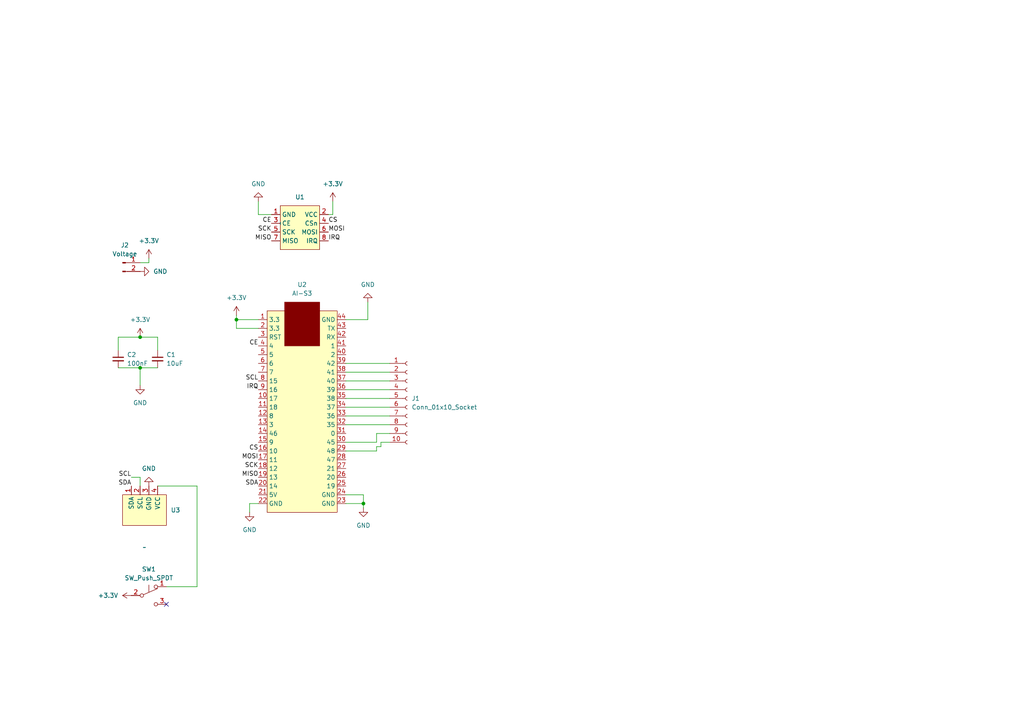
<source format=kicad_sch>
(kicad_sch (version 20230121) (generator eeschema)

  (uuid ab3e3267-7498-4dc2-8a9f-f07085071529)

  (paper "A4")

  (lib_symbols
    (symbol "Connector:Conn_01x02_Pin" (pin_names (offset 1.016) hide) (in_bom yes) (on_board yes)
      (property "Reference" "J" (at 0 2.54 0)
        (effects (font (size 1.27 1.27)))
      )
      (property "Value" "Conn_01x02_Pin" (at 0 -5.08 0)
        (effects (font (size 1.27 1.27)))
      )
      (property "Footprint" "" (at 0 0 0)
        (effects (font (size 1.27 1.27)) hide)
      )
      (property "Datasheet" "~" (at 0 0 0)
        (effects (font (size 1.27 1.27)) hide)
      )
      (property "ki_locked" "" (at 0 0 0)
        (effects (font (size 1.27 1.27)))
      )
      (property "ki_keywords" "connector" (at 0 0 0)
        (effects (font (size 1.27 1.27)) hide)
      )
      (property "ki_description" "Generic connector, single row, 01x02, script generated" (at 0 0 0)
        (effects (font (size 1.27 1.27)) hide)
      )
      (property "ki_fp_filters" "Connector*:*_1x??_*" (at 0 0 0)
        (effects (font (size 1.27 1.27)) hide)
      )
      (symbol "Conn_01x02_Pin_1_1"
        (polyline
          (pts
            (xy 1.27 -2.54)
            (xy 0.8636 -2.54)
          )
          (stroke (width 0.1524) (type default))
          (fill (type none))
        )
        (polyline
          (pts
            (xy 1.27 0)
            (xy 0.8636 0)
          )
          (stroke (width 0.1524) (type default))
          (fill (type none))
        )
        (rectangle (start 0.8636 -2.413) (end 0 -2.667)
          (stroke (width 0.1524) (type default))
          (fill (type outline))
        )
        (rectangle (start 0.8636 0.127) (end 0 -0.127)
          (stroke (width 0.1524) (type default))
          (fill (type outline))
        )
        (pin passive line (at 5.08 0 180) (length 3.81)
          (name "Pin_1" (effects (font (size 1.27 1.27))))
          (number "1" (effects (font (size 1.27 1.27))))
        )
        (pin passive line (at 5.08 -2.54 180) (length 3.81)
          (name "Pin_2" (effects (font (size 1.27 1.27))))
          (number "2" (effects (font (size 1.27 1.27))))
        )
      )
    )
    (symbol "Connector:Conn_01x10_Socket" (pin_names (offset 1.016) hide) (in_bom yes) (on_board yes)
      (property "Reference" "J" (at 0 12.7 0)
        (effects (font (size 1.27 1.27)))
      )
      (property "Value" "Conn_01x10_Socket" (at 0 -15.24 0)
        (effects (font (size 1.27 1.27)))
      )
      (property "Footprint" "" (at 0 0 0)
        (effects (font (size 1.27 1.27)) hide)
      )
      (property "Datasheet" "~" (at 0 0 0)
        (effects (font (size 1.27 1.27)) hide)
      )
      (property "ki_locked" "" (at 0 0 0)
        (effects (font (size 1.27 1.27)))
      )
      (property "ki_keywords" "connector" (at 0 0 0)
        (effects (font (size 1.27 1.27)) hide)
      )
      (property "ki_description" "Generic connector, single row, 01x10, script generated" (at 0 0 0)
        (effects (font (size 1.27 1.27)) hide)
      )
      (property "ki_fp_filters" "Connector*:*_1x??_*" (at 0 0 0)
        (effects (font (size 1.27 1.27)) hide)
      )
      (symbol "Conn_01x10_Socket_1_1"
        (arc (start 0 -12.192) (mid -0.5058 -12.7) (end 0 -13.208)
          (stroke (width 0.1524) (type default))
          (fill (type none))
        )
        (arc (start 0 -9.652) (mid -0.5058 -10.16) (end 0 -10.668)
          (stroke (width 0.1524) (type default))
          (fill (type none))
        )
        (arc (start 0 -7.112) (mid -0.5058 -7.62) (end 0 -8.128)
          (stroke (width 0.1524) (type default))
          (fill (type none))
        )
        (arc (start 0 -4.572) (mid -0.5058 -5.08) (end 0 -5.588)
          (stroke (width 0.1524) (type default))
          (fill (type none))
        )
        (arc (start 0 -2.032) (mid -0.5058 -2.54) (end 0 -3.048)
          (stroke (width 0.1524) (type default))
          (fill (type none))
        )
        (polyline
          (pts
            (xy -1.27 -12.7)
            (xy -0.508 -12.7)
          )
          (stroke (width 0.1524) (type default))
          (fill (type none))
        )
        (polyline
          (pts
            (xy -1.27 -10.16)
            (xy -0.508 -10.16)
          )
          (stroke (width 0.1524) (type default))
          (fill (type none))
        )
        (polyline
          (pts
            (xy -1.27 -7.62)
            (xy -0.508 -7.62)
          )
          (stroke (width 0.1524) (type default))
          (fill (type none))
        )
        (polyline
          (pts
            (xy -1.27 -5.08)
            (xy -0.508 -5.08)
          )
          (stroke (width 0.1524) (type default))
          (fill (type none))
        )
        (polyline
          (pts
            (xy -1.27 -2.54)
            (xy -0.508 -2.54)
          )
          (stroke (width 0.1524) (type default))
          (fill (type none))
        )
        (polyline
          (pts
            (xy -1.27 0)
            (xy -0.508 0)
          )
          (stroke (width 0.1524) (type default))
          (fill (type none))
        )
        (polyline
          (pts
            (xy -1.27 2.54)
            (xy -0.508 2.54)
          )
          (stroke (width 0.1524) (type default))
          (fill (type none))
        )
        (polyline
          (pts
            (xy -1.27 5.08)
            (xy -0.508 5.08)
          )
          (stroke (width 0.1524) (type default))
          (fill (type none))
        )
        (polyline
          (pts
            (xy -1.27 7.62)
            (xy -0.508 7.62)
          )
          (stroke (width 0.1524) (type default))
          (fill (type none))
        )
        (polyline
          (pts
            (xy -1.27 10.16)
            (xy -0.508 10.16)
          )
          (stroke (width 0.1524) (type default))
          (fill (type none))
        )
        (arc (start 0 0.508) (mid -0.5058 0) (end 0 -0.508)
          (stroke (width 0.1524) (type default))
          (fill (type none))
        )
        (arc (start 0 3.048) (mid -0.5058 2.54) (end 0 2.032)
          (stroke (width 0.1524) (type default))
          (fill (type none))
        )
        (arc (start 0 5.588) (mid -0.5058 5.08) (end 0 4.572)
          (stroke (width 0.1524) (type default))
          (fill (type none))
        )
        (arc (start 0 8.128) (mid -0.5058 7.62) (end 0 7.112)
          (stroke (width 0.1524) (type default))
          (fill (type none))
        )
        (arc (start 0 10.668) (mid -0.5058 10.16) (end 0 9.652)
          (stroke (width 0.1524) (type default))
          (fill (type none))
        )
        (pin passive line (at -5.08 10.16 0) (length 3.81)
          (name "Pin_1" (effects (font (size 1.27 1.27))))
          (number "1" (effects (font (size 1.27 1.27))))
        )
        (pin passive line (at -5.08 -12.7 0) (length 3.81)
          (name "Pin_10" (effects (font (size 1.27 1.27))))
          (number "10" (effects (font (size 1.27 1.27))))
        )
        (pin passive line (at -5.08 7.62 0) (length 3.81)
          (name "Pin_2" (effects (font (size 1.27 1.27))))
          (number "2" (effects (font (size 1.27 1.27))))
        )
        (pin passive line (at -5.08 5.08 0) (length 3.81)
          (name "Pin_3" (effects (font (size 1.27 1.27))))
          (number "3" (effects (font (size 1.27 1.27))))
        )
        (pin passive line (at -5.08 2.54 0) (length 3.81)
          (name "Pin_4" (effects (font (size 1.27 1.27))))
          (number "4" (effects (font (size 1.27 1.27))))
        )
        (pin passive line (at -5.08 0 0) (length 3.81)
          (name "Pin_5" (effects (font (size 1.27 1.27))))
          (number "5" (effects (font (size 1.27 1.27))))
        )
        (pin passive line (at -5.08 -2.54 0) (length 3.81)
          (name "Pin_6" (effects (font (size 1.27 1.27))))
          (number "6" (effects (font (size 1.27 1.27))))
        )
        (pin passive line (at -5.08 -5.08 0) (length 3.81)
          (name "Pin_7" (effects (font (size 1.27 1.27))))
          (number "7" (effects (font (size 1.27 1.27))))
        )
        (pin passive line (at -5.08 -7.62 0) (length 3.81)
          (name "Pin_8" (effects (font (size 1.27 1.27))))
          (number "8" (effects (font (size 1.27 1.27))))
        )
        (pin passive line (at -5.08 -10.16 0) (length 3.81)
          (name "Pin_9" (effects (font (size 1.27 1.27))))
          (number "9" (effects (font (size 1.27 1.27))))
        )
      )
    )
    (symbol "Device:C_Small" (pin_numbers hide) (pin_names (offset 0.254) hide) (in_bom yes) (on_board yes)
      (property "Reference" "C" (at 0.254 1.778 0)
        (effects (font (size 1.27 1.27)) (justify left))
      )
      (property "Value" "C_Small" (at 0.254 -2.032 0)
        (effects (font (size 1.27 1.27)) (justify left))
      )
      (property "Footprint" "" (at 0 0 0)
        (effects (font (size 1.27 1.27)) hide)
      )
      (property "Datasheet" "~" (at 0 0 0)
        (effects (font (size 1.27 1.27)) hide)
      )
      (property "ki_keywords" "capacitor cap" (at 0 0 0)
        (effects (font (size 1.27 1.27)) hide)
      )
      (property "ki_description" "Unpolarized capacitor, small symbol" (at 0 0 0)
        (effects (font (size 1.27 1.27)) hide)
      )
      (property "ki_fp_filters" "C_*" (at 0 0 0)
        (effects (font (size 1.27 1.27)) hide)
      )
      (symbol "C_Small_0_1"
        (polyline
          (pts
            (xy -1.524 -0.508)
            (xy 1.524 -0.508)
          )
          (stroke (width 0.3302) (type default))
          (fill (type none))
        )
        (polyline
          (pts
            (xy -1.524 0.508)
            (xy 1.524 0.508)
          )
          (stroke (width 0.3048) (type default))
          (fill (type none))
        )
      )
      (symbol "C_Small_1_1"
        (pin passive line (at 0 2.54 270) (length 2.032)
          (name "~" (effects (font (size 1.27 1.27))))
          (number "1" (effects (font (size 1.27 1.27))))
        )
        (pin passive line (at 0 -2.54 90) (length 2.032)
          (name "~" (effects (font (size 1.27 1.27))))
          (number "2" (effects (font (size 1.27 1.27))))
        )
      )
    )
    (symbol "Switch:SW_Push_SPDT" (pin_names (offset 0) hide) (in_bom yes) (on_board yes)
      (property "Reference" "SW" (at 0 4.318 0)
        (effects (font (size 1.27 1.27)))
      )
      (property "Value" "SW_Push_SPDT" (at 0 -5.08 0)
        (effects (font (size 1.27 1.27)))
      )
      (property "Footprint" "" (at 0 0 0)
        (effects (font (size 1.27 1.27)) hide)
      )
      (property "Datasheet" "~" (at 0 0 0)
        (effects (font (size 1.27 1.27)) hide)
      )
      (property "ki_keywords" "switch single-pole double-throw spdt ON-ON" (at 0 0 0)
        (effects (font (size 1.27 1.27)) hide)
      )
      (property "ki_description" "Momentary Switch, single pole double throw" (at 0 0 0)
        (effects (font (size 1.27 1.27)) hide)
      )
      (symbol "SW_Push_SPDT_0_0"
        (circle (center -2.032 0) (radius 0.508)
          (stroke (width 0) (type default))
          (fill (type none))
        )
        (polyline
          (pts
            (xy 0 1.016)
            (xy 0 3.048)
          )
          (stroke (width 0) (type default))
          (fill (type none))
        )
        (circle (center 2.032 -2.54) (radius 0.508)
          (stroke (width 0) (type default))
          (fill (type none))
        )
      )
      (symbol "SW_Push_SPDT_0_1"
        (polyline
          (pts
            (xy -1.524 0.254)
            (xy 2.54 2.032)
          )
          (stroke (width 0) (type default))
          (fill (type none))
        )
        (circle (center 2.032 2.54) (radius 0.508)
          (stroke (width 0) (type default))
          (fill (type none))
        )
      )
      (symbol "SW_Push_SPDT_1_1"
        (pin passive line (at 5.08 2.54 180) (length 2.54)
          (name "A" (effects (font (size 1.27 1.27))))
          (number "1" (effects (font (size 1.27 1.27))))
        )
        (pin passive line (at -5.08 0 0) (length 2.54)
          (name "B" (effects (font (size 1.27 1.27))))
          (number "2" (effects (font (size 1.27 1.27))))
        )
        (pin passive line (at 5.08 -2.54 180) (length 2.54)
          (name "C" (effects (font (size 1.27 1.27))))
          (number "3" (effects (font (size 1.27 1.27))))
        )
      )
    )
    (symbol "openDTU:AI-S3" (in_bom yes) (on_board yes)
      (property "Reference" "U1" (at 10.16 67.945 0)
        (effects (font (size 1.27 1.27)))
      )
      (property "Value" "AI-S3" (at 10.16 65.405 0)
        (effects (font (size 1.27 1.27)))
      )
      (property "Footprint" "ssr25routeur:AI-S3" (at 0 0 0)
        (effects (font (size 1.27 1.27)) hide)
      )
      (property "Datasheet" "" (at 0 0 0)
        (effects (font (size 1.27 1.27)) hide)
      )
      (symbol "AI-S3_0_1"
        (rectangle (start 0 60.96) (end 20.32 2.54)
          (stroke (width 0) (type default))
          (fill (type background))
        )
        (rectangle (start 5.08 60.96) (end 15.24 50.8)
          (stroke (width 0) (type default))
          (fill (type outline))
        )
        (rectangle (start 5.08 60.96) (end 15.24 63.5)
          (stroke (width 0) (type default))
          (fill (type outline))
        )
      )
      (symbol "AI-S3_1_1"
        (pin power_in line (at -2.54 58.42 0) (length 2.54)
          (name "3.3" (effects (font (size 1.27 1.27))))
          (number "1" (effects (font (size 1.27 1.27))))
        )
        (pin bidirectional line (at -2.54 35.56 0) (length 2.54)
          (name "17" (effects (font (size 1.27 1.27))))
          (number "10" (effects (font (size 1.27 1.27))))
        )
        (pin bidirectional line (at -2.54 33.02 0) (length 2.54)
          (name "18" (effects (font (size 1.27 1.27))))
          (number "11" (effects (font (size 1.27 1.27))))
        )
        (pin bidirectional line (at -2.54 30.48 0) (length 2.54)
          (name "8" (effects (font (size 1.27 1.27))))
          (number "12" (effects (font (size 1.27 1.27))))
        )
        (pin bidirectional line (at -2.54 27.94 0) (length 2.54)
          (name "3" (effects (font (size 1.27 1.27))))
          (number "13" (effects (font (size 1.27 1.27))))
        )
        (pin bidirectional line (at -2.54 25.4 0) (length 2.54)
          (name "46" (effects (font (size 1.27 1.27))))
          (number "14" (effects (font (size 1.27 1.27))))
        )
        (pin bidirectional line (at -2.54 22.86 0) (length 2.54)
          (name "9" (effects (font (size 1.27 1.27))))
          (number "15" (effects (font (size 1.27 1.27))))
        )
        (pin bidirectional line (at -2.54 20.32 0) (length 2.54)
          (name "10" (effects (font (size 1.27 1.27))))
          (number "16" (effects (font (size 1.27 1.27))))
        )
        (pin bidirectional line (at -2.54 17.78 0) (length 2.54)
          (name "11" (effects (font (size 1.27 1.27))))
          (number "17" (effects (font (size 1.27 1.27))))
        )
        (pin bidirectional line (at -2.54 15.24 0) (length 2.54)
          (name "12" (effects (font (size 1.27 1.27))))
          (number "18" (effects (font (size 1.27 1.27))))
        )
        (pin bidirectional line (at -2.54 12.7 0) (length 2.54)
          (name "13" (effects (font (size 1.27 1.27))))
          (number "19" (effects (font (size 1.27 1.27))))
        )
        (pin power_in line (at -2.54 55.88 0) (length 2.54)
          (name "3.3" (effects (font (size 1.27 1.27))))
          (number "2" (effects (font (size 1.27 1.27))))
        )
        (pin bidirectional line (at -2.54 10.16 0) (length 2.54)
          (name "14" (effects (font (size 1.27 1.27))))
          (number "20" (effects (font (size 1.27 1.27))))
        )
        (pin power_in line (at -2.54 7.62 0) (length 2.54)
          (name "5V" (effects (font (size 1.27 1.27))))
          (number "21" (effects (font (size 1.27 1.27))))
        )
        (pin power_in line (at -2.54 5.08 0) (length 2.54)
          (name "GND" (effects (font (size 1.27 1.27))))
          (number "22" (effects (font (size 1.27 1.27))))
        )
        (pin power_in line (at 22.86 5.08 180) (length 2.54)
          (name "GND" (effects (font (size 1.27 1.27))))
          (number "23" (effects (font (size 1.27 1.27))))
        )
        (pin power_in line (at 22.86 7.62 180) (length 2.54)
          (name "GND" (effects (font (size 1.27 1.27))))
          (number "24" (effects (font (size 1.27 1.27))))
        )
        (pin bidirectional line (at 22.86 10.16 180) (length 2.54)
          (name "19" (effects (font (size 1.27 1.27))))
          (number "25" (effects (font (size 1.27 1.27))))
        )
        (pin bidirectional line (at 22.86 12.7 180) (length 2.54)
          (name "20" (effects (font (size 1.27 1.27))))
          (number "26" (effects (font (size 1.27 1.27))))
        )
        (pin bidirectional line (at 22.86 15.24 180) (length 2.54)
          (name "21" (effects (font (size 1.27 1.27))))
          (number "27" (effects (font (size 1.27 1.27))))
        )
        (pin bidirectional line (at 22.86 17.78 180) (length 2.54)
          (name "47" (effects (font (size 1.27 1.27))))
          (number "28" (effects (font (size 1.27 1.27))))
        )
        (pin bidirectional line (at 22.86 20.32 180) (length 2.54)
          (name "48" (effects (font (size 1.27 1.27))))
          (number "29" (effects (font (size 1.27 1.27))))
        )
        (pin bidirectional line (at -2.54 53.34 0) (length 2.54)
          (name "RST" (effects (font (size 1.27 1.27))))
          (number "3" (effects (font (size 1.27 1.27))))
        )
        (pin bidirectional line (at 22.86 22.86 180) (length 2.54)
          (name "45" (effects (font (size 1.27 1.27))))
          (number "30" (effects (font (size 1.27 1.27))))
        )
        (pin bidirectional line (at 22.86 25.4 180) (length 2.54)
          (name "0" (effects (font (size 1.27 1.27))))
          (number "31" (effects (font (size 1.27 1.27))))
        )
        (pin bidirectional line (at 22.86 27.94 180) (length 2.54)
          (name "35" (effects (font (size 1.27 1.27))))
          (number "32" (effects (font (size 1.27 1.27))))
        )
        (pin bidirectional line (at 22.86 30.48 180) (length 2.54)
          (name "36" (effects (font (size 1.27 1.27))))
          (number "33" (effects (font (size 1.27 1.27))))
        )
        (pin bidirectional line (at 22.86 33.02 180) (length 2.54)
          (name "37" (effects (font (size 1.27 1.27))))
          (number "34" (effects (font (size 1.27 1.27))))
        )
        (pin bidirectional line (at 22.86 35.56 180) (length 2.54)
          (name "38" (effects (font (size 1.27 1.27))))
          (number "35" (effects (font (size 1.27 1.27))))
        )
        (pin bidirectional line (at 22.86 38.1 180) (length 2.54)
          (name "39" (effects (font (size 1.27 1.27))))
          (number "36" (effects (font (size 1.27 1.27))))
        )
        (pin bidirectional line (at 22.86 40.64 180) (length 2.54)
          (name "40" (effects (font (size 1.27 1.27))))
          (number "37" (effects (font (size 1.27 1.27))))
        )
        (pin bidirectional line (at 22.86 43.18 180) (length 2.54)
          (name "41" (effects (font (size 1.27 1.27))))
          (number "38" (effects (font (size 1.27 1.27))))
        )
        (pin bidirectional line (at 22.86 45.72 180) (length 2.54)
          (name "42" (effects (font (size 1.27 1.27))))
          (number "39" (effects (font (size 1.27 1.27))))
        )
        (pin bidirectional line (at -2.54 50.8 0) (length 2.54)
          (name "4" (effects (font (size 1.27 1.27))))
          (number "4" (effects (font (size 1.27 1.27))))
        )
        (pin bidirectional line (at 22.86 48.26 180) (length 2.54)
          (name "2" (effects (font (size 1.27 1.27))))
          (number "40" (effects (font (size 1.27 1.27))))
        )
        (pin bidirectional line (at 22.86 50.8 180) (length 2.54)
          (name "1" (effects (font (size 1.27 1.27))))
          (number "41" (effects (font (size 1.27 1.27))))
        )
        (pin bidirectional line (at 22.86 53.34 180) (length 2.54)
          (name "RX" (effects (font (size 1.27 1.27))))
          (number "42" (effects (font (size 1.27 1.27))))
        )
        (pin bidirectional line (at 22.86 55.88 180) (length 2.54)
          (name "TX" (effects (font (size 1.27 1.27))))
          (number "43" (effects (font (size 1.27 1.27))))
        )
        (pin power_in line (at 22.86 58.42 180) (length 2.54)
          (name "GND" (effects (font (size 1.27 1.27))))
          (number "44" (effects (font (size 1.27 1.27))))
        )
        (pin bidirectional line (at -2.54 48.26 0) (length 2.54)
          (name "5" (effects (font (size 1.27 1.27))))
          (number "5" (effects (font (size 1.27 1.27))))
        )
        (pin bidirectional line (at -2.54 45.72 0) (length 2.54)
          (name "6" (effects (font (size 1.27 1.27))))
          (number "6" (effects (font (size 1.27 1.27))))
        )
        (pin bidirectional line (at -2.54 43.18 0) (length 2.54)
          (name "7" (effects (font (size 1.27 1.27))))
          (number "7" (effects (font (size 1.27 1.27))))
        )
        (pin bidirectional line (at -2.54 40.64 0) (length 2.54)
          (name "15" (effects (font (size 1.27 1.27))))
          (number "8" (effects (font (size 1.27 1.27))))
        )
        (pin bidirectional line (at -2.54 38.1 0) (length 2.54)
          (name "16" (effects (font (size 1.27 1.27))))
          (number "9" (effects (font (size 1.27 1.27))))
        )
      )
    )
    (symbol "openDTU:LCD-GM12864-59N" (in_bom yes) (on_board yes)
      (property "Reference" "U" (at 0 0 0)
        (effects (font (size 1.27 1.27)))
      )
      (property "Value" "" (at 0 0 0)
        (effects (font (size 1.27 1.27)))
      )
      (property "Footprint" "" (at 0 0 0)
        (effects (font (size 1.27 1.27)) hide)
      )
      (property "Datasheet" "" (at 0 0 0)
        (effects (font (size 1.27 1.27)) hide)
      )
      (symbol "LCD-GM12864-59N_1_1"
        (rectangle (start -6.35 15.24) (end 6.35 6.35)
          (stroke (width 0) (type default))
          (fill (type background))
        )
        (pin bidirectional line (at -3.81 17.78 270) (length 2.54)
          (name "SDA" (effects (font (size 1.27 1.27))))
          (number "1" (effects (font (size 1.27 1.27))))
        )
        (pin bidirectional line (at -1.27 17.78 270) (length 2.54)
          (name "SCL" (effects (font (size 1.27 1.27))))
          (number "2" (effects (font (size 1.27 1.27))))
        )
        (pin power_in line (at 1.27 17.78 270) (length 2.54)
          (name "GND" (effects (font (size 1.27 1.27))))
          (number "3" (effects (font (size 1.27 1.27))))
        )
        (pin power_in line (at 3.81 17.78 270) (length 2.54)
          (name "VCC" (effects (font (size 1.27 1.27))))
          (number "4" (effects (font (size 1.27 1.27))))
        )
      )
    )
    (symbol "openDTU:NRF24l01" (in_bom yes) (on_board yes)
      (property "Reference" "U" (at -10.16 -17.78 0)
        (effects (font (size 1.27 1.27)))
      )
      (property "Value" "" (at 0 0 0)
        (effects (font (size 1.27 1.27)))
      )
      (property "Footprint" "" (at 0 0 0)
        (effects (font (size 1.27 1.27)) hide)
      )
      (property "Datasheet" "" (at 0 0 0)
        (effects (font (size 1.27 1.27)) hide)
      )
      (symbol "NRF24l01_1_1"
        (rectangle (start -5.08 11.43) (end 7.62 0)
          (stroke (width 0) (type default))
          (fill (type background))
        )
        (pin power_in line (at -2.54 -2.54 90) (length 2.54)
          (name "GND" (effects (font (size 1.27 1.27))))
          (number "1" (effects (font (size 1.27 1.27))))
        )
        (pin power_in line (at -2.54 13.97 270) (length 2.54)
          (name "VCC" (effects (font (size 1.27 1.27))))
          (number "2" (effects (font (size 1.27 1.27))))
        )
        (pin bidirectional line (at 0 -2.54 90) (length 2.54)
          (name "CE" (effects (font (size 1.27 1.27))))
          (number "3" (effects (font (size 1.27 1.27))))
        )
        (pin bidirectional line (at 0 13.97 270) (length 2.54)
          (name "CSn" (effects (font (size 1.27 1.27))))
          (number "4" (effects (font (size 1.27 1.27))))
        )
        (pin bidirectional line (at 2.54 -2.54 90) (length 2.54)
          (name "SCK" (effects (font (size 1.27 1.27))))
          (number "5" (effects (font (size 1.27 1.27))))
        )
        (pin bidirectional line (at 2.54 13.97 270) (length 2.54)
          (name "MOSI" (effects (font (size 1.27 1.27))))
          (number "6" (effects (font (size 1.27 1.27))))
        )
        (pin bidirectional line (at 5.08 -2.54 90) (length 2.54)
          (name "MISO" (effects (font (size 1.27 1.27))))
          (number "7" (effects (font (size 1.27 1.27))))
        )
        (pin bidirectional line (at 5.08 13.97 270) (length 2.54)
          (name "IRQ" (effects (font (size 1.27 1.27))))
          (number "8" (effects (font (size 1.27 1.27))))
        )
      )
    )
    (symbol "power:+3.3V" (power) (pin_names (offset 0)) (in_bom yes) (on_board yes)
      (property "Reference" "#PWR" (at 0 -3.81 0)
        (effects (font (size 1.27 1.27)) hide)
      )
      (property "Value" "+3.3V" (at 0 3.556 0)
        (effects (font (size 1.27 1.27)))
      )
      (property "Footprint" "" (at 0 0 0)
        (effects (font (size 1.27 1.27)) hide)
      )
      (property "Datasheet" "" (at 0 0 0)
        (effects (font (size 1.27 1.27)) hide)
      )
      (property "ki_keywords" "global power" (at 0 0 0)
        (effects (font (size 1.27 1.27)) hide)
      )
      (property "ki_description" "Power symbol creates a global label with name \"+3.3V\"" (at 0 0 0)
        (effects (font (size 1.27 1.27)) hide)
      )
      (symbol "+3.3V_0_1"
        (polyline
          (pts
            (xy -0.762 1.27)
            (xy 0 2.54)
          )
          (stroke (width 0) (type default))
          (fill (type none))
        )
        (polyline
          (pts
            (xy 0 0)
            (xy 0 2.54)
          )
          (stroke (width 0) (type default))
          (fill (type none))
        )
        (polyline
          (pts
            (xy 0 2.54)
            (xy 0.762 1.27)
          )
          (stroke (width 0) (type default))
          (fill (type none))
        )
      )
      (symbol "+3.3V_1_1"
        (pin power_in line (at 0 0 90) (length 0) hide
          (name "+3.3V" (effects (font (size 1.27 1.27))))
          (number "1" (effects (font (size 1.27 1.27))))
        )
      )
    )
    (symbol "power:GND" (power) (pin_names (offset 0)) (in_bom yes) (on_board yes)
      (property "Reference" "#PWR" (at 0 -6.35 0)
        (effects (font (size 1.27 1.27)) hide)
      )
      (property "Value" "GND" (at 0 -3.81 0)
        (effects (font (size 1.27 1.27)))
      )
      (property "Footprint" "" (at 0 0 0)
        (effects (font (size 1.27 1.27)) hide)
      )
      (property "Datasheet" "" (at 0 0 0)
        (effects (font (size 1.27 1.27)) hide)
      )
      (property "ki_keywords" "global power" (at 0 0 0)
        (effects (font (size 1.27 1.27)) hide)
      )
      (property "ki_description" "Power symbol creates a global label with name \"GND\" , ground" (at 0 0 0)
        (effects (font (size 1.27 1.27)) hide)
      )
      (symbol "GND_0_1"
        (polyline
          (pts
            (xy 0 0)
            (xy 0 -1.27)
            (xy 1.27 -1.27)
            (xy 0 -2.54)
            (xy -1.27 -1.27)
            (xy 0 -1.27)
          )
          (stroke (width 0) (type default))
          (fill (type none))
        )
      )
      (symbol "GND_1_1"
        (pin power_in line (at 0 0 270) (length 0) hide
          (name "GND" (effects (font (size 1.27 1.27))))
          (number "1" (effects (font (size 1.27 1.27))))
        )
      )
    )
  )

  (junction (at 40.64 106.68) (diameter 0) (color 0 0 0 0)
    (uuid 3baac352-acfd-4d21-a82e-7e8fea0638fd)
  )
  (junction (at 105.41 146.05) (diameter 0) (color 0 0 0 0)
    (uuid 58f66f48-b45f-45ca-88af-d5101472aeca)
  )
  (junction (at 68.58 92.71) (diameter 0) (color 0 0 0 0)
    (uuid 85b03c7f-31f1-405a-9410-d18138ce5404)
  )
  (junction (at 40.64 97.79) (diameter 0) (color 0 0 0 0)
    (uuid 922c966a-28cd-456c-b14c-77930773f181)
  )

  (no_connect (at 48.26 175.26) (uuid 3ad9e98d-89a0-406a-a164-57bd3aec637d))

  (wire (pts (xy 45.72 97.79) (xy 40.64 97.79))
    (stroke (width 0) (type default))
    (uuid 0a80e570-8a59-49ae-8024-c0a4e36a21fd)
  )
  (wire (pts (xy 34.29 106.68) (xy 40.64 106.68))
    (stroke (width 0) (type default))
    (uuid 0db914e4-4600-4cfe-a911-e896a3b02ccc)
  )
  (wire (pts (xy 100.33 92.71) (xy 106.68 92.71))
    (stroke (width 0) (type default))
    (uuid 0edd3f87-4a2d-4218-a74f-98ed9faece38)
  )
  (wire (pts (xy 74.93 95.25) (xy 68.58 95.25))
    (stroke (width 0) (type default))
    (uuid 117a9ebd-7504-46ce-a108-bbf3fa53fbd7)
  )
  (wire (pts (xy 57.15 170.18) (xy 57.15 140.97))
    (stroke (width 0) (type default))
    (uuid 1befe28a-7d35-4c50-b028-558fabc2a06f)
  )
  (wire (pts (xy 74.93 146.05) (xy 72.39 146.05))
    (stroke (width 0) (type default))
    (uuid 1ce685fe-aec6-4ea1-b78b-7c3198e9e0d3)
  )
  (wire (pts (xy 40.64 106.68) (xy 45.72 106.68))
    (stroke (width 0) (type default))
    (uuid 204dca85-213f-4060-a57d-8ce9ab6b12e2)
  )
  (wire (pts (xy 100.33 143.51) (xy 105.41 143.51))
    (stroke (width 0) (type default))
    (uuid 2216779d-a16a-454a-9785-e56378fb3c4e)
  )
  (wire (pts (xy 38.1 138.43) (xy 40.64 138.43))
    (stroke (width 0) (type default))
    (uuid 332d544c-0863-4e7a-9fc9-43035b277f7a)
  )
  (wire (pts (xy 40.64 76.2) (xy 43.18 76.2))
    (stroke (width 0) (type default))
    (uuid 44f16325-8157-4824-ba6a-6d271f68f09f)
  )
  (wire (pts (xy 109.22 125.73) (xy 113.03 125.73))
    (stroke (width 0) (type default))
    (uuid 45c29fb0-2084-4c39-8cc6-98cc4e8535a0)
  )
  (wire (pts (xy 68.58 95.25) (xy 68.58 92.71))
    (stroke (width 0) (type default))
    (uuid 4dec6904-11d4-4080-aee2-e4cb87a7f49e)
  )
  (wire (pts (xy 40.64 138.43) (xy 40.64 140.97))
    (stroke (width 0) (type default))
    (uuid 51859f7c-7225-423f-a74f-3ada6e49373c)
  )
  (wire (pts (xy 57.15 140.97) (xy 45.72 140.97))
    (stroke (width 0) (type default))
    (uuid 519e3fc1-73a6-4de6-9df3-a423587ca567)
  )
  (wire (pts (xy 100.33 107.95) (xy 113.03 107.95))
    (stroke (width 0) (type default))
    (uuid 6cb01390-9df1-41f8-94b0-698d9b0eb32c)
  )
  (wire (pts (xy 110.49 128.27) (xy 113.03 128.27))
    (stroke (width 0) (type default))
    (uuid 72cb2f86-afbd-4089-832c-0807c1af6f8b)
  )
  (wire (pts (xy 100.33 128.27) (xy 109.22 128.27))
    (stroke (width 0) (type default))
    (uuid 7430ce35-097a-4435-93b4-394b974a253c)
  )
  (wire (pts (xy 78.74 62.23) (xy 74.93 62.23))
    (stroke (width 0) (type default))
    (uuid 74a42b49-cbeb-4f4d-9b56-dfdaf4c67775)
  )
  (wire (pts (xy 34.29 97.79) (xy 40.64 97.79))
    (stroke (width 0) (type default))
    (uuid 752a0c0a-57c0-45b6-b05f-5fb00845867a)
  )
  (wire (pts (xy 100.33 110.49) (xy 113.03 110.49))
    (stroke (width 0) (type default))
    (uuid 81491bd4-cc43-4d58-b5dc-29c4e649f152)
  )
  (wire (pts (xy 68.58 92.71) (xy 68.58 91.44))
    (stroke (width 0) (type default))
    (uuid 88b5cde4-9cf6-4f65-ae06-dbdbdb9cdd4f)
  )
  (wire (pts (xy 72.39 146.05) (xy 72.39 148.59))
    (stroke (width 0) (type default))
    (uuid 8b24940d-1d50-4935-b717-cfb123180aed)
  )
  (wire (pts (xy 109.22 129.54) (xy 110.49 129.54))
    (stroke (width 0) (type default))
    (uuid 8cb21e69-778f-46fa-a2c4-42844dbc1778)
  )
  (wire (pts (xy 45.72 101.6) (xy 45.72 97.79))
    (stroke (width 0) (type default))
    (uuid 92bde461-31d8-4f7c-af40-a94c0e044a68)
  )
  (wire (pts (xy 100.33 113.03) (xy 113.03 113.03))
    (stroke (width 0) (type default))
    (uuid 93b3132c-30f5-4e88-8854-a7e455afb9f8)
  )
  (wire (pts (xy 100.33 105.41) (xy 113.03 105.41))
    (stroke (width 0) (type default))
    (uuid 93dffe5d-eb93-47c2-9e04-4245fb8f630a)
  )
  (wire (pts (xy 48.26 170.18) (xy 57.15 170.18))
    (stroke (width 0) (type default))
    (uuid 95f8beb1-26c2-40f5-82e7-60ba19802d79)
  )
  (wire (pts (xy 100.33 115.57) (xy 113.03 115.57))
    (stroke (width 0) (type default))
    (uuid 9b0685d4-6089-4386-b823-51fd5ae824c9)
  )
  (wire (pts (xy 100.33 120.65) (xy 113.03 120.65))
    (stroke (width 0) (type default))
    (uuid a84fbf4e-086b-4bd6-960b-a89d4e9f444b)
  )
  (wire (pts (xy 106.68 92.71) (xy 106.68 87.63))
    (stroke (width 0) (type default))
    (uuid b5414147-7bb6-4dd2-8065-53b9fafec907)
  )
  (wire (pts (xy 110.49 129.54) (xy 110.49 128.27))
    (stroke (width 0) (type default))
    (uuid b75f93c8-8440-42f9-a82f-1be9b43f2c3d)
  )
  (wire (pts (xy 109.22 130.81) (xy 109.22 129.54))
    (stroke (width 0) (type default))
    (uuid be8c7bf0-76d4-48ad-befe-0f124536b554)
  )
  (wire (pts (xy 96.52 62.23) (xy 96.52 58.42))
    (stroke (width 0) (type default))
    (uuid c5d7933c-1f5d-4b41-b59a-3185f3b07640)
  )
  (wire (pts (xy 105.41 143.51) (xy 105.41 146.05))
    (stroke (width 0) (type default))
    (uuid c70942c4-7523-4fc0-935f-3dd420787192)
  )
  (wire (pts (xy 34.29 101.6) (xy 34.29 97.79))
    (stroke (width 0) (type default))
    (uuid cd0963b5-1268-4df2-b784-8b6ed45e2c3a)
  )
  (wire (pts (xy 105.41 146.05) (xy 105.41 147.32))
    (stroke (width 0) (type default))
    (uuid dbf71f14-26b8-4569-bd99-10a375f3a134)
  )
  (wire (pts (xy 95.25 62.23) (xy 96.52 62.23))
    (stroke (width 0) (type default))
    (uuid dd7329e2-99e5-420d-9013-87c7c7a1a45e)
  )
  (wire (pts (xy 100.33 130.81) (xy 109.22 130.81))
    (stroke (width 0) (type default))
    (uuid dd8a34b4-3d68-406e-8b03-3f4bb460aa3f)
  )
  (wire (pts (xy 74.93 92.71) (xy 68.58 92.71))
    (stroke (width 0) (type default))
    (uuid df459690-4fd6-4094-98ad-3989e838c6c6)
  )
  (wire (pts (xy 100.33 123.19) (xy 113.03 123.19))
    (stroke (width 0) (type default))
    (uuid e0f41076-a664-4f2b-a42a-cde492a42ed9)
  )
  (wire (pts (xy 100.33 118.11) (xy 113.03 118.11))
    (stroke (width 0) (type default))
    (uuid e39d0d05-21b3-4d34-858f-c28cd9f6c58a)
  )
  (wire (pts (xy 74.93 62.23) (xy 74.93 58.42))
    (stroke (width 0) (type default))
    (uuid e6732348-85e8-42de-a449-bfe58b75b561)
  )
  (wire (pts (xy 100.33 146.05) (xy 105.41 146.05))
    (stroke (width 0) (type default))
    (uuid ea5781ae-f045-4184-a279-bebdaf380d05)
  )
  (wire (pts (xy 109.22 128.27) (xy 109.22 125.73))
    (stroke (width 0) (type default))
    (uuid ea59bda3-8531-47ac-ac94-c0a56f4dadf4)
  )
  (wire (pts (xy 43.18 76.2) (xy 43.18 74.93))
    (stroke (width 0) (type default))
    (uuid edbca87a-ba44-450f-a759-ff233b92611e)
  )
  (wire (pts (xy 40.64 106.68) (xy 40.64 111.76))
    (stroke (width 0) (type default))
    (uuid fa0538fc-30b6-4335-bf17-c3b7cd335ab8)
  )

  (label "CS" (at 95.25 64.77 0) (fields_autoplaced)
    (effects (font (size 1.27 1.27)) (justify left bottom))
    (uuid 07e20a15-8b43-4bd2-8be4-9bddf2b77d78)
  )
  (label "MISO" (at 78.74 69.85 180) (fields_autoplaced)
    (effects (font (size 1.27 1.27)) (justify right bottom))
    (uuid 1bdab95b-f094-4314-a65f-3c289b07ae63)
  )
  (label "SCL" (at 74.93 110.49 180) (fields_autoplaced)
    (effects (font (size 1.27 1.27)) (justify right bottom))
    (uuid 2841fea9-24e5-4d0b-b0c1-90ea40a28ad6)
  )
  (label "MOSI" (at 95.25 67.31 0) (fields_autoplaced)
    (effects (font (size 1.27 1.27)) (justify left bottom))
    (uuid 30b655ce-4b56-4f0d-a43a-e2661fc0cc04)
  )
  (label "IRQ" (at 74.93 113.03 180) (fields_autoplaced)
    (effects (font (size 1.27 1.27)) (justify right bottom))
    (uuid 45434d96-1ef9-4c6a-afd5-2f2bec7883e9)
  )
  (label "CE" (at 74.93 100.33 180) (fields_autoplaced)
    (effects (font (size 1.27 1.27)) (justify right bottom))
    (uuid 4817c9a3-60e2-4a44-bb8b-23608e68e175)
  )
  (label "CE" (at 78.74 64.77 180) (fields_autoplaced)
    (effects (font (size 1.27 1.27)) (justify right bottom))
    (uuid 5f1d36be-f2b7-4077-992e-cb624d96ae83)
  )
  (label "SDA" (at 74.93 140.97 180) (fields_autoplaced)
    (effects (font (size 1.27 1.27)) (justify right bottom))
    (uuid 60d74eec-8274-4744-82d4-9349202add77)
  )
  (label "MOSI" (at 74.93 133.35 180) (fields_autoplaced)
    (effects (font (size 1.27 1.27)) (justify right bottom))
    (uuid 75fafbbc-e122-4bc5-a110-6f2726d2134d)
  )
  (label "SCK" (at 78.74 67.31 180) (fields_autoplaced)
    (effects (font (size 1.27 1.27)) (justify right bottom))
    (uuid 89a8bae7-661a-4c3f-9d52-842ddde0b1e5)
  )
  (label "CS" (at 74.93 130.81 180) (fields_autoplaced)
    (effects (font (size 1.27 1.27)) (justify right bottom))
    (uuid 95f97f05-249b-4a93-a596-10c72e9fba21)
  )
  (label "IRQ" (at 95.25 69.85 0) (fields_autoplaced)
    (effects (font (size 1.27 1.27)) (justify left bottom))
    (uuid b872df69-b76d-4395-9c62-0584e01b53c3)
  )
  (label "SDA" (at 38.1 140.97 180) (fields_autoplaced)
    (effects (font (size 1.27 1.27)) (justify right bottom))
    (uuid c67fc76e-aabf-45b8-9c85-7d334c8a7d00)
  )
  (label "SCL" (at 38.1 138.43 180) (fields_autoplaced)
    (effects (font (size 1.27 1.27)) (justify right bottom))
    (uuid d0ef974a-0338-469a-8ec8-8c8afeffef35)
  )
  (label "MISO" (at 74.93 138.43 180) (fields_autoplaced)
    (effects (font (size 1.27 1.27)) (justify right bottom))
    (uuid d21e0bd3-1d20-4599-b631-bef23ec0c8fa)
  )
  (label "SCK" (at 74.93 135.89 180) (fields_autoplaced)
    (effects (font (size 1.27 1.27)) (justify right bottom))
    (uuid da9699c2-0bc2-4d86-a67a-422c36af5bb0)
  )

  (symbol (lib_id "openDTU:LCD-GM12864-59N") (at 41.91 158.75 0) (unit 1)
    (in_bom yes) (on_board yes) (dnp no) (fields_autoplaced)
    (uuid 10c8d6e0-faa3-41cb-bdd9-996041815a6e)
    (property "Reference" "U3" (at 49.53 147.955 0)
      (effects (font (size 1.27 1.27)) (justify left))
    )
    (property "Value" "~" (at 41.91 158.75 0)
      (effects (font (size 1.27 1.27)))
    )
    (property "Footprint" "OPenDTU:GM12864-59N" (at 41.91 158.75 0)
      (effects (font (size 1.27 1.27)) hide)
    )
    (property "Datasheet" "" (at 41.91 158.75 0)
      (effects (font (size 1.27 1.27)) hide)
    )
    (pin "1" (uuid 55acb312-fde6-4d0e-ad9d-e23b5e966080))
    (pin "2" (uuid 62216f18-b9cb-41cc-b167-2851cf338432))
    (pin "3" (uuid e99a7ea8-01d9-4229-b023-cf9ccb673b44))
    (pin "4" (uuid b4d2be8b-130b-484e-a29f-1815c4803bed))
    (instances
      (project "openDTU"
        (path "/ab3e3267-7498-4dc2-8a9f-f07085071529"
          (reference "U3") (unit 1)
        )
      )
    )
  )

  (symbol (lib_id "openDTU:AI-S3") (at 77.47 151.13 0) (unit 1)
    (in_bom yes) (on_board yes) (dnp no) (fields_autoplaced)
    (uuid 354ccd3f-671d-445f-88cc-4106df6377b4)
    (property "Reference" "U2" (at 87.63 82.55 0)
      (effects (font (size 1.27 1.27)))
    )
    (property "Value" "AI-S3" (at 87.63 85.09 0)
      (effects (font (size 1.27 1.27)))
    )
    (property "Footprint" "OPenDTU:AI-S3" (at 77.47 151.13 0)
      (effects (font (size 1.27 1.27)) hide)
    )
    (property "Datasheet" "" (at 77.47 151.13 0)
      (effects (font (size 1.27 1.27)) hide)
    )
    (pin "1" (uuid 90743442-794d-43ff-85b4-a05da60c507f))
    (pin "10" (uuid f90c7458-0544-4c00-8c9e-f77dd1575b9a))
    (pin "11" (uuid e868893c-4520-4b4f-90dc-ddcbc75ba26c))
    (pin "12" (uuid 2771a5ba-cb35-4384-b9a5-89d3bc542dfc))
    (pin "13" (uuid 5a12e7f3-47de-431e-b67f-d47ff22a669c))
    (pin "14" (uuid b789e731-a893-42d4-94b8-ca7a92d9781c))
    (pin "15" (uuid d086eb27-ebc2-4ab4-8439-dd4e1861fbfd))
    (pin "16" (uuid 59ad735c-b836-4d2f-ba41-ac256f03b9ff))
    (pin "17" (uuid a6c00999-c07c-4e9f-8d5b-9fc3a8783564))
    (pin "18" (uuid acbc67a7-79dd-44a0-83ff-85e22943700c))
    (pin "19" (uuid 0c420c68-eda0-4013-b879-4b871539eede))
    (pin "2" (uuid 3a9a6049-4c20-4a6e-9a31-af09b6b76018))
    (pin "20" (uuid f9892771-2e37-40c0-aacf-d8d13829d3c7))
    (pin "21" (uuid 48f0db4c-00dd-4040-bc5d-bd4b984ae2d2))
    (pin "22" (uuid 2929d426-72da-450e-a72c-366c7d2f883e))
    (pin "23" (uuid 808c7b0f-f650-434c-ad4b-49252bb10802))
    (pin "24" (uuid fd9c669c-0f3b-4159-8b66-efa4bfc320bc))
    (pin "25" (uuid 2af3eea2-2d7a-4908-b641-b10f838f74cd))
    (pin "26" (uuid 3eba3983-1f6d-431b-8e4f-8fb8ada09d97))
    (pin "27" (uuid 924e96e1-cbc5-4f50-98d8-06b518083f35))
    (pin "28" (uuid d049c363-2fb0-4247-9c53-b0ebe44bfbf5))
    (pin "29" (uuid 9377e9ce-f00b-49b0-b124-5bcf1d6c1e96))
    (pin "3" (uuid cbd4bf71-9319-48b2-a2c9-7a259f280e5d))
    (pin "30" (uuid 7245b94f-47d2-4de3-84f1-dbac4376df4c))
    (pin "31" (uuid c1c0cad2-8865-4a80-99d8-2aa96ead5179))
    (pin "32" (uuid 558e2dc4-1c95-4793-bdfd-cd237c44356f))
    (pin "33" (uuid feff7987-ee38-4e80-b92d-c840b986fd36))
    (pin "34" (uuid f7755509-6e59-4ca3-afaf-490f9ef47c76))
    (pin "35" (uuid a5ebcf10-6554-40fc-a5ce-28909b25227b))
    (pin "36" (uuid 05e73e77-7a62-4e14-9870-6466c2be3c6d))
    (pin "37" (uuid 6d96ce96-ae9f-4948-b480-fd4c5694e540))
    (pin "38" (uuid b08741ae-ef5d-44ab-8df5-71acdda5bc32))
    (pin "39" (uuid 0c657d07-da6b-4bb2-8127-76d38bccb2cd))
    (pin "4" (uuid 18833a53-5a58-4a42-8839-26ba86e29958))
    (pin "40" (uuid c64d172f-a149-457e-8c28-aef554711553))
    (pin "41" (uuid d2370306-7019-4236-8c15-52ee61a9e17b))
    (pin "42" (uuid 2892b43d-02b1-4698-a035-a2883b5b9517))
    (pin "43" (uuid 765a6514-8e29-4537-aa36-00e7cf7600c8))
    (pin "44" (uuid 97c909ab-7163-4703-8c12-6c46564c0e08))
    (pin "5" (uuid 5714526b-c62c-412d-a9c4-8a4814b3e73c))
    (pin "6" (uuid 78f8d0e0-1488-4922-8aa7-a785b94638d9))
    (pin "7" (uuid 73973826-1d20-4385-86fa-692ec19dfb49))
    (pin "8" (uuid f605b86d-cfe5-4d8a-9a8f-78f317d6ef7e))
    (pin "9" (uuid 5d8ce523-62a8-4b1c-89dd-cba69b75d754))
    (instances
      (project "openDTU"
        (path "/ab3e3267-7498-4dc2-8a9f-f07085071529"
          (reference "U2") (unit 1)
        )
      )
    )
  )

  (symbol (lib_id "openDTU:NRF24l01") (at 81.28 64.77 270) (unit 1)
    (in_bom yes) (on_board yes) (dnp no) (fields_autoplaced)
    (uuid 43a0bc17-0d1a-4273-94a1-4da9ad8d7056)
    (property "Reference" "U1" (at 86.995 57.15 90)
      (effects (font (size 1.27 1.27)))
    )
    (property "Value" "~" (at 81.28 64.77 0)
      (effects (font (size 1.27 1.27)))
    )
    (property "Footprint" "OPenDTU:NRF24l01" (at 81.28 64.77 0)
      (effects (font (size 1.27 1.27)) hide)
    )
    (property "Datasheet" "" (at 81.28 64.77 0)
      (effects (font (size 1.27 1.27)) hide)
    )
    (pin "1" (uuid 4967a2b2-389f-406c-9468-099aedb4957a))
    (pin "2" (uuid 3fe609e0-621e-46eb-90b1-3df113ac2543))
    (pin "3" (uuid ae4b4c8d-d561-4524-959f-18a946b5c2dd))
    (pin "4" (uuid b79fd89a-3a92-4149-8d50-46764dde3deb))
    (pin "5" (uuid 0ccf7bce-9fd7-4cb3-9de5-43f93aab2f51))
    (pin "6" (uuid 8bf45384-d24e-4914-a890-f4f517b9fd0b))
    (pin "7" (uuid b577fe91-1fa1-46ad-88ab-67864cb4f5bb))
    (pin "8" (uuid fe8050d8-5637-472b-83c4-c0c1f4179770))
    (instances
      (project "openDTU"
        (path "/ab3e3267-7498-4dc2-8a9f-f07085071529"
          (reference "U1") (unit 1)
        )
      )
    )
  )

  (symbol (lib_id "Device:C_Small") (at 34.29 104.14 0) (unit 1)
    (in_bom yes) (on_board yes) (dnp no)
    (uuid 5601bcf3-0abb-4b92-be0c-511196991d53)
    (property "Reference" "C2" (at 36.83 102.8763 0)
      (effects (font (size 1.27 1.27)) (justify left))
    )
    (property "Value" "100nF" (at 36.83 105.4163 0)
      (effects (font (size 1.27 1.27)) (justify left))
    )
    (property "Footprint" "Capacitor_SMD:C_0603_1608Metric" (at 34.29 104.14 0)
      (effects (font (size 1.27 1.27)) hide)
    )
    (property "Datasheet" "~" (at 34.29 104.14 0)
      (effects (font (size 1.27 1.27)) hide)
    )
    (pin "1" (uuid 6462bdf0-9c1a-4dfa-8b75-c6337995426f))
    (pin "2" (uuid 225b5f8e-1bdf-4372-b674-71877a588136))
    (instances
      (project "openDTU"
        (path "/ab3e3267-7498-4dc2-8a9f-f07085071529"
          (reference "C2") (unit 1)
        )
      )
    )
  )

  (symbol (lib_id "power:GND") (at 105.41 147.32 0) (unit 1)
    (in_bom yes) (on_board yes) (dnp no) (fields_autoplaced)
    (uuid 606a0c71-1e11-45c7-afac-b6dc1a81203c)
    (property "Reference" "#PWR05" (at 105.41 153.67 0)
      (effects (font (size 1.27 1.27)) hide)
    )
    (property "Value" "GND" (at 105.41 152.4 0)
      (effects (font (size 1.27 1.27)))
    )
    (property "Footprint" "" (at 105.41 147.32 0)
      (effects (font (size 1.27 1.27)) hide)
    )
    (property "Datasheet" "" (at 105.41 147.32 0)
      (effects (font (size 1.27 1.27)) hide)
    )
    (pin "1" (uuid d25021f2-fa90-4333-826e-c0230d50728b))
    (instances
      (project "openDTU"
        (path "/ab3e3267-7498-4dc2-8a9f-f07085071529"
          (reference "#PWR05") (unit 1)
        )
      )
    )
  )

  (symbol (lib_id "power:GND") (at 74.93 58.42 180) (unit 1)
    (in_bom yes) (on_board yes) (dnp no) (fields_autoplaced)
    (uuid 612d8fce-ade6-44eb-ac69-1292c7e741b4)
    (property "Reference" "#PWR01" (at 74.93 52.07 0)
      (effects (font (size 1.27 1.27)) hide)
    )
    (property "Value" "GND" (at 74.93 53.34 0)
      (effects (font (size 1.27 1.27)))
    )
    (property "Footprint" "" (at 74.93 58.42 0)
      (effects (font (size 1.27 1.27)) hide)
    )
    (property "Datasheet" "" (at 74.93 58.42 0)
      (effects (font (size 1.27 1.27)) hide)
    )
    (pin "1" (uuid 721628cd-e11b-4e8b-867f-ebce8e911ef1))
    (instances
      (project "openDTU"
        (path "/ab3e3267-7498-4dc2-8a9f-f07085071529"
          (reference "#PWR01") (unit 1)
        )
      )
    )
  )

  (symbol (lib_id "power:+3.3V") (at 96.52 58.42 0) (unit 1)
    (in_bom yes) (on_board yes) (dnp no) (fields_autoplaced)
    (uuid 6a0e7d05-7966-4603-8262-d850fd01736c)
    (property "Reference" "#PWR02" (at 96.52 62.23 0)
      (effects (font (size 1.27 1.27)) hide)
    )
    (property "Value" "+3.3V" (at 96.52 53.34 0)
      (effects (font (size 1.27 1.27)))
    )
    (property "Footprint" "" (at 96.52 58.42 0)
      (effects (font (size 1.27 1.27)) hide)
    )
    (property "Datasheet" "" (at 96.52 58.42 0)
      (effects (font (size 1.27 1.27)) hide)
    )
    (pin "1" (uuid ab9938fa-d9d5-4638-9ce4-6cbdfcb95a73))
    (instances
      (project "openDTU"
        (path "/ab3e3267-7498-4dc2-8a9f-f07085071529"
          (reference "#PWR02") (unit 1)
        )
      )
    )
  )

  (symbol (lib_id "power:GND") (at 72.39 148.59 0) (unit 1)
    (in_bom yes) (on_board yes) (dnp no) (fields_autoplaced)
    (uuid 6fa2f57f-2df0-49b1-9ca5-3b7f4475ca51)
    (property "Reference" "#PWR06" (at 72.39 154.94 0)
      (effects (font (size 1.27 1.27)) hide)
    )
    (property "Value" "GND" (at 72.39 153.67 0)
      (effects (font (size 1.27 1.27)))
    )
    (property "Footprint" "" (at 72.39 148.59 0)
      (effects (font (size 1.27 1.27)) hide)
    )
    (property "Datasheet" "" (at 72.39 148.59 0)
      (effects (font (size 1.27 1.27)) hide)
    )
    (pin "1" (uuid a493a33a-7754-41fd-8b69-04d3930d453b))
    (instances
      (project "openDTU"
        (path "/ab3e3267-7498-4dc2-8a9f-f07085071529"
          (reference "#PWR06") (unit 1)
        )
      )
    )
  )

  (symbol (lib_id "power:GND") (at 106.68 87.63 180) (unit 1)
    (in_bom yes) (on_board yes) (dnp no) (fields_autoplaced)
    (uuid 7f32a8f7-e669-4376-aede-7fed0401a589)
    (property "Reference" "#PWR04" (at 106.68 81.28 0)
      (effects (font (size 1.27 1.27)) hide)
    )
    (property "Value" "GND" (at 106.68 82.55 0)
      (effects (font (size 1.27 1.27)))
    )
    (property "Footprint" "" (at 106.68 87.63 0)
      (effects (font (size 1.27 1.27)) hide)
    )
    (property "Datasheet" "" (at 106.68 87.63 0)
      (effects (font (size 1.27 1.27)) hide)
    )
    (pin "1" (uuid 1d5f3f0e-d309-4e29-94e5-0f4c4a803171))
    (instances
      (project "openDTU"
        (path "/ab3e3267-7498-4dc2-8a9f-f07085071529"
          (reference "#PWR04") (unit 1)
        )
      )
    )
  )

  (symbol (lib_id "Connector:Conn_01x10_Socket") (at 118.11 115.57 0) (unit 1)
    (in_bom yes) (on_board yes) (dnp no) (fields_autoplaced)
    (uuid 97e78681-cd81-4307-acd1-ac9663983983)
    (property "Reference" "J1" (at 119.38 115.57 0)
      (effects (font (size 1.27 1.27)) (justify left))
    )
    (property "Value" "Conn_01x10_Socket" (at 119.38 118.11 0)
      (effects (font (size 1.27 1.27)) (justify left))
    )
    (property "Footprint" "Connector_PinHeader_2.54mm:PinHeader_1x10_P2.54mm_Vertical" (at 118.11 115.57 0)
      (effects (font (size 1.27 1.27)) hide)
    )
    (property "Datasheet" "~" (at 118.11 115.57 0)
      (effects (font (size 1.27 1.27)) hide)
    )
    (pin "1" (uuid 329f0f62-33f7-4141-9bcd-cc7f4e907da1))
    (pin "10" (uuid 61c90832-d98d-405d-a371-dae8946206e9))
    (pin "2" (uuid a66071a7-2dc5-4a65-b530-749d9150ea1c))
    (pin "3" (uuid 2323c937-e6bb-4254-9d2f-041dfe515174))
    (pin "4" (uuid dfc07b00-abcb-4c56-849b-c4fcd89f8073))
    (pin "5" (uuid a6d78389-a7e8-4d8a-b1e0-cfd6bd8e9b49))
    (pin "6" (uuid 81311dde-39c1-4f9a-97f7-52b9c83939ae))
    (pin "7" (uuid 3f57e63d-559b-4085-bb0f-55e40b10c121))
    (pin "8" (uuid ee3af683-d03d-42d9-9f78-197965fc680b))
    (pin "9" (uuid ca3b0686-67fb-4abe-b8a0-297759f3dfe4))
    (instances
      (project "openDTU"
        (path "/ab3e3267-7498-4dc2-8a9f-f07085071529"
          (reference "J1") (unit 1)
        )
      )
    )
  )

  (symbol (lib_id "Switch:SW_Push_SPDT") (at 43.18 172.72 0) (unit 1)
    (in_bom yes) (on_board yes) (dnp no) (fields_autoplaced)
    (uuid 99b664fc-bbc6-4528-ac3f-f76c9c9c5ee8)
    (property "Reference" "SW1" (at 43.18 165.1 0)
      (effects (font (size 1.27 1.27)))
    )
    (property "Value" "SW_Push_SPDT" (at 43.18 167.64 0)
      (effects (font (size 1.27 1.27)))
    )
    (property "Footprint" "Button_Switch_SMD:SW_SPDT_PCM12" (at 43.18 172.72 0)
      (effects (font (size 1.27 1.27)) hide)
    )
    (property "Datasheet" "~" (at 43.18 172.72 0)
      (effects (font (size 1.27 1.27)) hide)
    )
    (pin "1" (uuid bc925e6c-001a-4e5c-9a29-3b1a0699fc94))
    (pin "2" (uuid df8a2f29-f41c-46d4-b19d-4a93ea3c1cb1))
    (pin "3" (uuid 503d1012-e079-4152-a834-7f9ba67ae13e))
    (instances
      (project "openDTU"
        (path "/ab3e3267-7498-4dc2-8a9f-f07085071529"
          (reference "SW1") (unit 1)
        )
      )
    )
  )

  (symbol (lib_id "power:GND") (at 40.64 78.74 90) (unit 1)
    (in_bom yes) (on_board yes) (dnp no) (fields_autoplaced)
    (uuid a8f4a2ed-8d8f-4942-9bb9-133ec97258a0)
    (property "Reference" "#PWR011" (at 46.99 78.74 0)
      (effects (font (size 1.27 1.27)) hide)
    )
    (property "Value" "GND" (at 44.45 78.74 90)
      (effects (font (size 1.27 1.27)) (justify right))
    )
    (property "Footprint" "" (at 40.64 78.74 0)
      (effects (font (size 1.27 1.27)) hide)
    )
    (property "Datasheet" "" (at 40.64 78.74 0)
      (effects (font (size 1.27 1.27)) hide)
    )
    (pin "1" (uuid 64f2f69a-5f75-4d8f-ba7a-9f8b76d4e432))
    (instances
      (project "openDTU"
        (path "/ab3e3267-7498-4dc2-8a9f-f07085071529"
          (reference "#PWR011") (unit 1)
        )
      )
    )
  )

  (symbol (lib_id "Connector:Conn_01x02_Pin") (at 35.56 76.2 0) (unit 1)
    (in_bom yes) (on_board yes) (dnp no) (fields_autoplaced)
    (uuid b5f54bf3-2e8f-42a2-8963-b900fe270379)
    (property "Reference" "J2" (at 36.195 71.12 0)
      (effects (font (size 1.27 1.27)))
    )
    (property "Value" "Voltage" (at 36.195 73.66 0)
      (effects (font (size 1.27 1.27)))
    )
    (property "Footprint" "27sharp:2padsfree" (at 35.56 76.2 0)
      (effects (font (size 1.27 1.27)) hide)
    )
    (property "Datasheet" "~" (at 35.56 76.2 0)
      (effects (font (size 1.27 1.27)) hide)
    )
    (pin "1" (uuid fd015fb7-cc50-42e9-9e3e-9c6f75193e8c))
    (pin "2" (uuid cd34796e-45e0-4dcd-9bd7-ad4cfeae00df))
    (instances
      (project "openDTU"
        (path "/ab3e3267-7498-4dc2-8a9f-f07085071529"
          (reference "J2") (unit 1)
        )
      )
    )
  )

  (symbol (lib_id "power:GND") (at 43.18 140.97 180) (unit 1)
    (in_bom yes) (on_board yes) (dnp no) (fields_autoplaced)
    (uuid b84606b8-6fda-4f70-beb3-b3675b96fe32)
    (property "Reference" "#PWR09" (at 43.18 134.62 0)
      (effects (font (size 1.27 1.27)) hide)
    )
    (property "Value" "GND" (at 43.18 135.89 0)
      (effects (font (size 1.27 1.27)))
    )
    (property "Footprint" "" (at 43.18 140.97 0)
      (effects (font (size 1.27 1.27)) hide)
    )
    (property "Datasheet" "" (at 43.18 140.97 0)
      (effects (font (size 1.27 1.27)) hide)
    )
    (pin "1" (uuid 8fd88d78-7cb0-46eb-a0ef-4b0e868aa89e))
    (instances
      (project "openDTU"
        (path "/ab3e3267-7498-4dc2-8a9f-f07085071529"
          (reference "#PWR09") (unit 1)
        )
      )
    )
  )

  (symbol (lib_id "power:+3.3V") (at 38.1 172.72 90) (unit 1)
    (in_bom yes) (on_board yes) (dnp no) (fields_autoplaced)
    (uuid bbeef17c-ccd3-400a-9b7d-1ff9307f042b)
    (property "Reference" "#PWR010" (at 41.91 172.72 0)
      (effects (font (size 1.27 1.27)) hide)
    )
    (property "Value" "+3.3V" (at 34.29 172.72 90)
      (effects (font (size 1.27 1.27)) (justify left))
    )
    (property "Footprint" "" (at 38.1 172.72 0)
      (effects (font (size 1.27 1.27)) hide)
    )
    (property "Datasheet" "" (at 38.1 172.72 0)
      (effects (font (size 1.27 1.27)) hide)
    )
    (pin "1" (uuid 3c5367b2-ca4a-4982-971c-4132db39bfe4))
    (instances
      (project "openDTU"
        (path "/ab3e3267-7498-4dc2-8a9f-f07085071529"
          (reference "#PWR010") (unit 1)
        )
      )
    )
  )

  (symbol (lib_id "power:GND") (at 40.64 111.76 0) (unit 1)
    (in_bom yes) (on_board yes) (dnp no) (fields_autoplaced)
    (uuid d362e055-7bf1-4d95-8769-3b5125df55ec)
    (property "Reference" "#PWR08" (at 40.64 118.11 0)
      (effects (font (size 1.27 1.27)) hide)
    )
    (property "Value" "GND" (at 40.64 116.84 0)
      (effects (font (size 1.27 1.27)))
    )
    (property "Footprint" "" (at 40.64 111.76 0)
      (effects (font (size 1.27 1.27)) hide)
    )
    (property "Datasheet" "" (at 40.64 111.76 0)
      (effects (font (size 1.27 1.27)) hide)
    )
    (pin "1" (uuid a9f8e553-9e96-400f-b733-586cc7c199ff))
    (instances
      (project "openDTU"
        (path "/ab3e3267-7498-4dc2-8a9f-f07085071529"
          (reference "#PWR08") (unit 1)
        )
      )
    )
  )

  (symbol (lib_id "power:+3.3V") (at 40.64 97.79 0) (unit 1)
    (in_bom yes) (on_board yes) (dnp no) (fields_autoplaced)
    (uuid d3b8f4f7-172b-4043-8b72-6a6ef3e3fde2)
    (property "Reference" "#PWR07" (at 40.64 101.6 0)
      (effects (font (size 1.27 1.27)) hide)
    )
    (property "Value" "+3.3V" (at 40.64 92.71 0)
      (effects (font (size 1.27 1.27)))
    )
    (property "Footprint" "" (at 40.64 97.79 0)
      (effects (font (size 1.27 1.27)) hide)
    )
    (property "Datasheet" "" (at 40.64 97.79 0)
      (effects (font (size 1.27 1.27)) hide)
    )
    (pin "1" (uuid a74c0c98-9d40-4ad8-b641-36471701b98c))
    (instances
      (project "openDTU"
        (path "/ab3e3267-7498-4dc2-8a9f-f07085071529"
          (reference "#PWR07") (unit 1)
        )
      )
    )
  )

  (symbol (lib_id "power:+3.3V") (at 68.58 91.44 0) (unit 1)
    (in_bom yes) (on_board yes) (dnp no) (fields_autoplaced)
    (uuid f997b34f-9a93-49a2-8a4d-87b98ebedc58)
    (property "Reference" "#PWR03" (at 68.58 95.25 0)
      (effects (font (size 1.27 1.27)) hide)
    )
    (property "Value" "+3.3V" (at 68.58 86.36 0)
      (effects (font (size 1.27 1.27)))
    )
    (property "Footprint" "" (at 68.58 91.44 0)
      (effects (font (size 1.27 1.27)) hide)
    )
    (property "Datasheet" "" (at 68.58 91.44 0)
      (effects (font (size 1.27 1.27)) hide)
    )
    (pin "1" (uuid 7439fe0f-0341-450d-bd09-4164153ea832))
    (instances
      (project "openDTU"
        (path "/ab3e3267-7498-4dc2-8a9f-f07085071529"
          (reference "#PWR03") (unit 1)
        )
      )
    )
  )

  (symbol (lib_id "Device:C_Small") (at 45.72 104.14 0) (unit 1)
    (in_bom yes) (on_board yes) (dnp no) (fields_autoplaced)
    (uuid fb192775-723c-4fcd-a8eb-2d516d2a8a08)
    (property "Reference" "C1" (at 48.26 102.8763 0)
      (effects (font (size 1.27 1.27)) (justify left))
    )
    (property "Value" "10uF" (at 48.26 105.4163 0)
      (effects (font (size 1.27 1.27)) (justify left))
    )
    (property "Footprint" "Capacitor_SMD:C_0603_1608Metric" (at 45.72 104.14 0)
      (effects (font (size 1.27 1.27)) hide)
    )
    (property "Datasheet" "~" (at 45.72 104.14 0)
      (effects (font (size 1.27 1.27)) hide)
    )
    (pin "1" (uuid 79415736-2c6d-48bc-adf1-ab5d4e4b1e51))
    (pin "2" (uuid 43ef86a5-d4ac-4c51-9811-007a4141e60c))
    (instances
      (project "openDTU"
        (path "/ab3e3267-7498-4dc2-8a9f-f07085071529"
          (reference "C1") (unit 1)
        )
      )
    )
  )

  (symbol (lib_id "power:+3.3V") (at 43.18 74.93 0) (unit 1)
    (in_bom yes) (on_board yes) (dnp no) (fields_autoplaced)
    (uuid fbde5872-b041-41b5-91dd-fe3b7605e6f5)
    (property "Reference" "#PWR012" (at 43.18 78.74 0)
      (effects (font (size 1.27 1.27)) hide)
    )
    (property "Value" "+3.3V" (at 43.18 69.85 0)
      (effects (font (size 1.27 1.27)))
    )
    (property "Footprint" "" (at 43.18 74.93 0)
      (effects (font (size 1.27 1.27)) hide)
    )
    (property "Datasheet" "" (at 43.18 74.93 0)
      (effects (font (size 1.27 1.27)) hide)
    )
    (pin "1" (uuid e758ed70-6c9b-4e90-9502-4cecabfb70d8))
    (instances
      (project "openDTU"
        (path "/ab3e3267-7498-4dc2-8a9f-f07085071529"
          (reference "#PWR012") (unit 1)
        )
      )
    )
  )

  (sheet_instances
    (path "/" (page "1"))
  )
)

</source>
